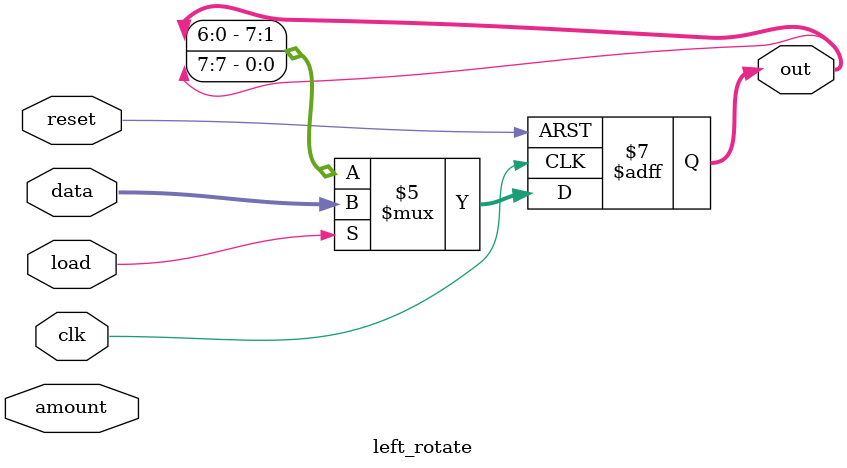
<source format=v>
module left_rotate(clk,reset,amount,data,load,out);
input clk,reset;
input [2:0] amount;
input [7:0] data;
input load;
output reg [7:0] out;
// when load is high, load data to out
// otherwise rotate the out register followed by left shift the out register by amount bits
always@(posedge clk or posedge reset)
begin
	if(reset==1)
	begin
	out<=0;
	end
	else if(load==1)
	begin
	out<=data;
	end
	else
	begin
	out<={out[6:0],out[7]};
	end
end
endmodule

</source>
